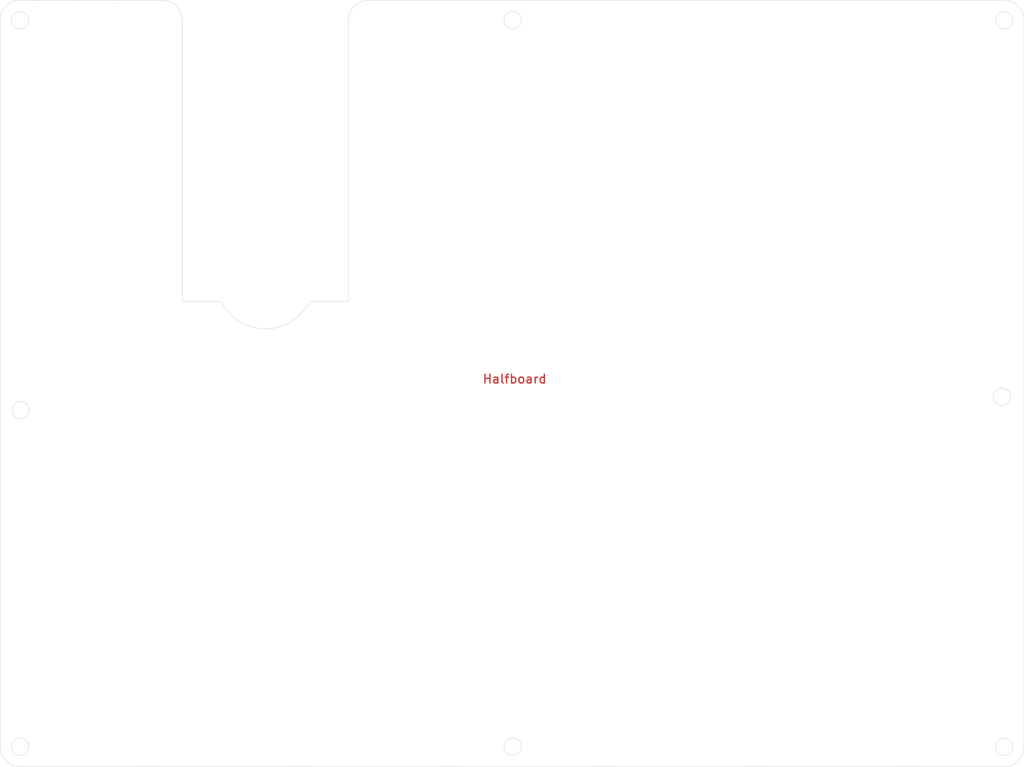
<source format=kicad_pcb>
(kicad_pcb (version 20171130) (host pcbnew 5.1.9)

  (general
    (thickness 1.6)
    (drawings 25)
    (tracks 0)
    (zones 0)
    (modules 0)
    (nets 1)
  )

  (page A4)
  (layers
    (0 F.Cu signal)
    (1 In1.Cu signal)
    (2 In2.Cu signal)
    (31 B.Cu signal)
    (32 B.Adhes user)
    (33 F.Adhes user)
    (34 B.Paste user)
    (35 F.Paste user)
    (36 B.SilkS user)
    (37 F.SilkS user)
    (38 B.Mask user)
    (39 F.Mask user)
    (40 Dwgs.User user)
    (41 Cmts.User user)
    (42 Eco1.User user)
    (43 Eco2.User user)
    (44 Edge.Cuts user)
  )

  (setup
    (last_trace_width 0.25)
    (trace_clearance 0.2)
    (zone_clearance 0.508)
    (zone_45_only no)
    (trace_min 0.2)
    (via_size 0.8)
    (via_drill 0.4)
    (via_min_size 0.4)
    (via_min_drill 0.3)
    (uvia_size 0.3)
    (uvia_drill 0.1)
    (uvias_allowed no)
    (uvia_min_size 0.2)
    (uvia_min_drill 0.1)
    (edge_width 0.05)
    (segment_width 0.2)
    (pcb_text_width 0.3)
    (pcb_text_size 1.5 1.5)
    (mod_edge_width 0.12)
    (mod_text_size 1 1)
    (mod_text_width 0.15)
    (pad_size 1.6 1.6)
    (pad_drill 1)
    (pad_to_mask_clearance 0)
    (aux_axis_origin 0 0)
    (visible_elements FFFFF7FF)
    (pcbplotparams
      (layerselection 0x01fff_ffffffff)
      (usegerberextensions false)
      (usegerberattributes false)
      (usegerberadvancedattributes true)
      (creategerberjobfile true)
      (excludeedgelayer true)
      (linewidth 0.100000)
      (plotframeref false)
      (viasonmask false)
      (mode 1)
      (useauxorigin false)
      (hpglpennumber 1)
      (hpglpenspeed 20)
      (hpglpendiameter 15.000000)
      (psnegative false)
      (psa4output false)
      (plotreference true)
      (plotvalue true)
      (plotinvisibletext false)
      (padsonsilk false)
      (subtractmaskfromsilk false)
      (outputformat 1)
      (mirror false)
      (drillshape 0)
      (scaleselection 1)
      (outputdirectory ""))
  )

  (net 0 "")

  (net_class Default "This is the default net class."
    (clearance 0.2)
    (trace_width 0.25)
    (via_dia 0.8)
    (via_drill 0.4)
    (uvia_dia 0.3)
    (uvia_drill 0.1)
  )

  (gr_text Halfboard (at 102.87 92.71) (layer F.Cu)
    (effects (font (size 1 1) (thickness 0.15)))
  )
  (gr_line (start 64.77 83.82) (end 69.215 83.82) (layer Edge.Cuts) (width 0.05) (tstamp 5FF66737))
  (gr_arc (start 74.295 81.28) (end 69.215 83.82) (angle -126.8698976) (layer Edge.Cuts) (width 0.05))
  (gr_circle (center 102.65 51.562) (end 103.65 51.562) (layer Edge.Cuts) (width 0.05) (tstamp 5FF66721))
  (gr_arc (start 86.106042 51.562) (end 85.852043 49.29011) (angle -83.70000491) (layer Edge.Cuts) (width 0.05) (tstamp 5FF66598))
  (gr_line (start 158.99002 49.29011) (end 85.852043 49.29011) (layer Edge.Cuts) (width 0.05) (tstamp 5FF66585))
  (gr_arc (start 62.498067 51.562) (end 64.77 51.562) (angle -90.40000105) (layer Edge.Cuts) (width 0.05) (tstamp 5FF66540))
  (gr_line (start 83.82 83.82) (end 83.82 51.565161) (layer Edge.Cuts) (width 0.05))
  (gr_line (start 79.375 83.82) (end 83.82 83.82) (layer Edge.Cuts) (width 0.05))
  (gr_line (start 64.77 51.562) (end 64.77 83.82) (layer Edge.Cuts) (width 0.05))
  (gr_circle (center 158.75 94.742) (end 159.75 94.742) (layer Edge.Cuts) (width 0.05) (tstamp 5FF66247))
  (gr_line (start 46.167795 137.14391) (end 158.992054 137.168666) (layer Edge.Cuts) (width 0.05) (tstamp 5FF6622E))
  (gr_line (start 161.277967 134.896777) (end 161.275933 51.561999) (layer Edge.Cuts) (width 0.05) (tstamp 5FF6622D))
  (gr_line (start 62.482206 49.290122) (end 45.926068 49.276002) (layer Edge.Cuts) (width 0.05) (tstamp 5FF6622C))
  (gr_line (start 43.88 51.562001) (end 43.88 134.872033) (layer Edge.Cuts) (width 0.05) (tstamp 5FF6622B))
  (gr_arc (start 46.180067 51.562001) (end 45.926068 49.276002) (angle -83.65983026) (layer Edge.Cuts) (width 0.05) (tstamp 5FF6622A))
  (gr_arc (start 159.004 51.562) (end 161.275933 51.561999) (angle -90.35253802) (layer Edge.Cuts) (width 0.05) (tstamp 5FF66229))
  (gr_arc (start 159.006034 134.896776) (end 161.277967 134.896777) (angle 90.35253802) (layer Edge.Cuts) (width 0.05) (tstamp 5FF66228))
  (gr_arc (start 46.151933 134.872032) (end 43.88 134.872033) (angle -90.4) (layer Edge.Cuts) (width 0.05) (tstamp 5FF66227))
  (gr_circle (center 159.004 51.562) (end 160.004 51.562) (layer Edge.Cuts) (width 0.05) (tstamp 5FF66226))
  (gr_circle (center 46.151933 51.562001) (end 47.151933 51.562001) (layer Edge.Cuts) (width 0.05) (tstamp 5FF66225))
  (gr_circle (center 46.228 96.266) (end 47.228 96.266) (layer Edge.Cuts) (width 0.05) (tstamp 5FF65FBC))
  (gr_circle (center 102.651426 134.872032) (end 103.651426 134.872032) (layer Edge.Cuts) (width 0.05) (tstamp 5FF65FA3))
  (gr_circle (center 159.004 134.896776) (end 160.004 134.896776) (layer Edge.Cuts) (width 0.05) (tstamp 5FF65FA1))
  (gr_circle (center 46.151933 134.872032) (end 47.151933 134.872032) (layer Edge.Cuts) (width 0.05) (tstamp 5FF65FA0))

)

</source>
